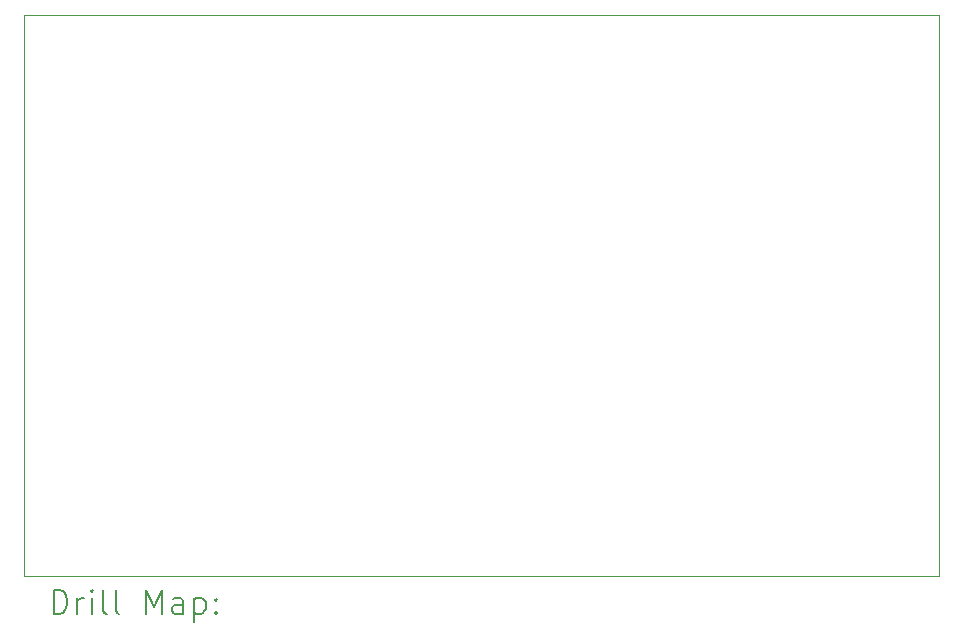
<source format=gbr>
%TF.GenerationSoftware,KiCad,Pcbnew,8.0.4*%
%TF.CreationDate,2024-09-21T08:46:16+10:00*%
%TF.ProjectId,hsa_r0,6873615f-7230-42e6-9b69-6361645f7063,rev?*%
%TF.SameCoordinates,Original*%
%TF.FileFunction,Drillmap*%
%TF.FilePolarity,Positive*%
%FSLAX45Y45*%
G04 Gerber Fmt 4.5, Leading zero omitted, Abs format (unit mm)*
G04 Created by KiCad (PCBNEW 8.0.4) date 2024-09-21 08:46:16*
%MOMM*%
%LPD*%
G01*
G04 APERTURE LIST*
%ADD10C,0.100000*%
%ADD11C,0.200000*%
G04 APERTURE END LIST*
D10*
X13000000Y-4250000D02*
X20750000Y-4250000D01*
X20750000Y-9000000D01*
X13000000Y-9000000D01*
X13000000Y-4250000D01*
D11*
X13255777Y-9316484D02*
X13255777Y-9116484D01*
X13255777Y-9116484D02*
X13303396Y-9116484D01*
X13303396Y-9116484D02*
X13331967Y-9126008D01*
X13331967Y-9126008D02*
X13351015Y-9145055D01*
X13351015Y-9145055D02*
X13360539Y-9164103D01*
X13360539Y-9164103D02*
X13370062Y-9202198D01*
X13370062Y-9202198D02*
X13370062Y-9230770D01*
X13370062Y-9230770D02*
X13360539Y-9268865D01*
X13360539Y-9268865D02*
X13351015Y-9287912D01*
X13351015Y-9287912D02*
X13331967Y-9306960D01*
X13331967Y-9306960D02*
X13303396Y-9316484D01*
X13303396Y-9316484D02*
X13255777Y-9316484D01*
X13455777Y-9316484D02*
X13455777Y-9183150D01*
X13455777Y-9221246D02*
X13465301Y-9202198D01*
X13465301Y-9202198D02*
X13474824Y-9192674D01*
X13474824Y-9192674D02*
X13493872Y-9183150D01*
X13493872Y-9183150D02*
X13512920Y-9183150D01*
X13579586Y-9316484D02*
X13579586Y-9183150D01*
X13579586Y-9116484D02*
X13570062Y-9126008D01*
X13570062Y-9126008D02*
X13579586Y-9135531D01*
X13579586Y-9135531D02*
X13589110Y-9126008D01*
X13589110Y-9126008D02*
X13579586Y-9116484D01*
X13579586Y-9116484D02*
X13579586Y-9135531D01*
X13703396Y-9316484D02*
X13684348Y-9306960D01*
X13684348Y-9306960D02*
X13674824Y-9287912D01*
X13674824Y-9287912D02*
X13674824Y-9116484D01*
X13808158Y-9316484D02*
X13789110Y-9306960D01*
X13789110Y-9306960D02*
X13779586Y-9287912D01*
X13779586Y-9287912D02*
X13779586Y-9116484D01*
X14036729Y-9316484D02*
X14036729Y-9116484D01*
X14036729Y-9116484D02*
X14103396Y-9259341D01*
X14103396Y-9259341D02*
X14170062Y-9116484D01*
X14170062Y-9116484D02*
X14170062Y-9316484D01*
X14351015Y-9316484D02*
X14351015Y-9211722D01*
X14351015Y-9211722D02*
X14341491Y-9192674D01*
X14341491Y-9192674D02*
X14322443Y-9183150D01*
X14322443Y-9183150D02*
X14284348Y-9183150D01*
X14284348Y-9183150D02*
X14265301Y-9192674D01*
X14351015Y-9306960D02*
X14331967Y-9316484D01*
X14331967Y-9316484D02*
X14284348Y-9316484D01*
X14284348Y-9316484D02*
X14265301Y-9306960D01*
X14265301Y-9306960D02*
X14255777Y-9287912D01*
X14255777Y-9287912D02*
X14255777Y-9268865D01*
X14255777Y-9268865D02*
X14265301Y-9249817D01*
X14265301Y-9249817D02*
X14284348Y-9240293D01*
X14284348Y-9240293D02*
X14331967Y-9240293D01*
X14331967Y-9240293D02*
X14351015Y-9230770D01*
X14446253Y-9183150D02*
X14446253Y-9383150D01*
X14446253Y-9192674D02*
X14465301Y-9183150D01*
X14465301Y-9183150D02*
X14503396Y-9183150D01*
X14503396Y-9183150D02*
X14522443Y-9192674D01*
X14522443Y-9192674D02*
X14531967Y-9202198D01*
X14531967Y-9202198D02*
X14541491Y-9221246D01*
X14541491Y-9221246D02*
X14541491Y-9278389D01*
X14541491Y-9278389D02*
X14531967Y-9297436D01*
X14531967Y-9297436D02*
X14522443Y-9306960D01*
X14522443Y-9306960D02*
X14503396Y-9316484D01*
X14503396Y-9316484D02*
X14465301Y-9316484D01*
X14465301Y-9316484D02*
X14446253Y-9306960D01*
X14627205Y-9297436D02*
X14636729Y-9306960D01*
X14636729Y-9306960D02*
X14627205Y-9316484D01*
X14627205Y-9316484D02*
X14617682Y-9306960D01*
X14617682Y-9306960D02*
X14627205Y-9297436D01*
X14627205Y-9297436D02*
X14627205Y-9316484D01*
X14627205Y-9192674D02*
X14636729Y-9202198D01*
X14636729Y-9202198D02*
X14627205Y-9211722D01*
X14627205Y-9211722D02*
X14617682Y-9202198D01*
X14617682Y-9202198D02*
X14627205Y-9192674D01*
X14627205Y-9192674D02*
X14627205Y-9211722D01*
M02*

</source>
